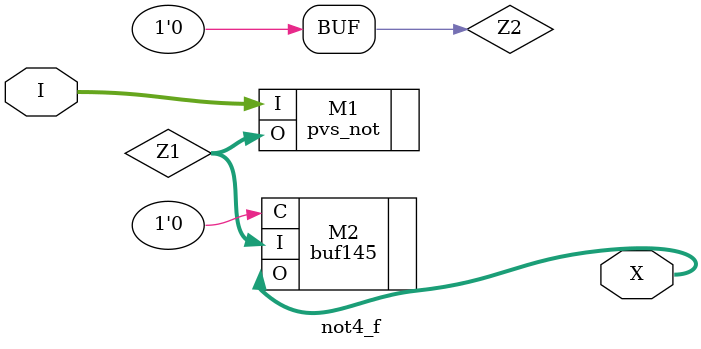
<source format=v>
module not4_f (I,X); // final not gate for the circuit
  input[3:0] I;
  output[4:0] X;
  wire[3:0] Z1;
  assign Z2 = 1'b0; // importing structures of 4-bit not gate and concatenation buffer
  pvs_not M1 (
   .I(I),
   .O(Z1)
   );
  buf145 M2 (
   .C(Z2),
   .I(Z1),
   .O(X)
   );
 endmodule

</source>
